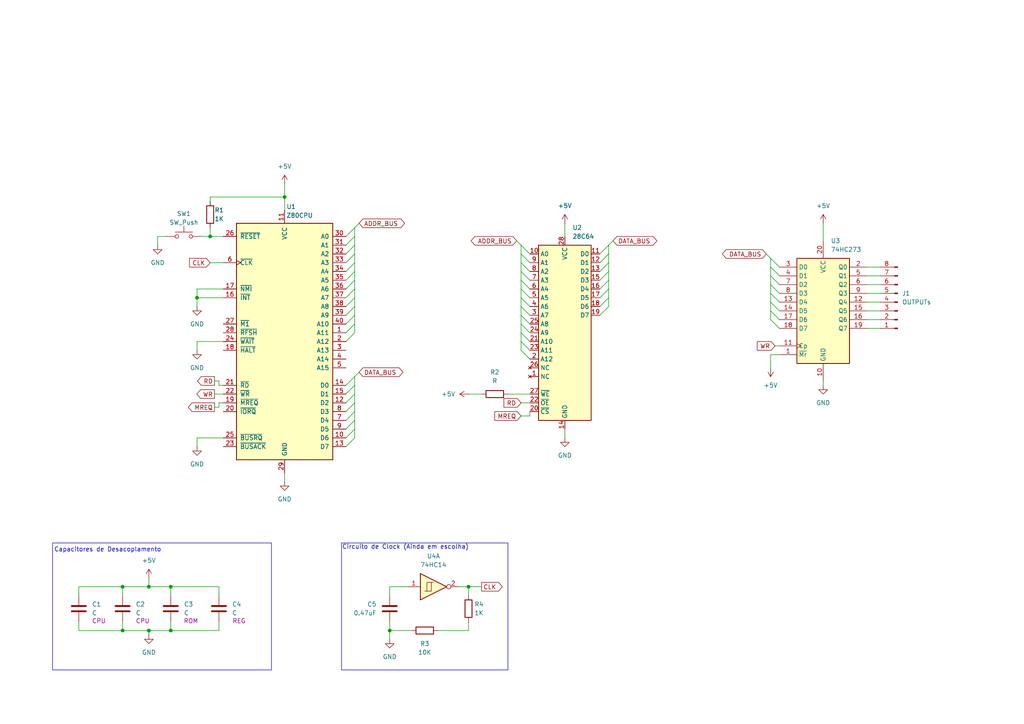
<source format=kicad_sch>
(kicad_sch (version 20231120) (generator "eeschema") (generator_version "8.0")
  (paper "A4")
  (lib_symbols
    (symbol "74xx:74HC14" (pin_names (offset 1.016))
      (property "Reference" "U" (at 0 1.27 0))
      (property "Value" "74HC14" (at 0 -1.27 0))
      (symbol "74HC14_1_0"
        (polyline (pts (xy -3.81 3.81) (xy -3.81 -3.81) (xy 3.81 0) (xy -3.81 3.81)) (stroke (width 0.254)) (fill (type background)))
        (pin input line (at -7.62 0 0) (length 3.81) (name "~") (number "1"))
        (pin output inverted (at 7.62 0 180) (length 3.81) (name "~") (number "2"))
      )
      (symbol "74HC14_1_1"
        (polyline (pts (xy -1.905 -1.27) (xy -1.905 1.27) (xy -0.635 1.27)))
        (polyline (pts (xy -2.54 -1.27) (xy -0.635 -1.27) (xy -0.635 1.27) (xy 0 1.27)))
      )
      (symbol "74HC14_2_0"
        (polyline (pts (xy -3.81 3.81) (xy -3.81 -3.81) (xy 3.81 0) (xy -3.81 3.81)) (stroke (width 0.254)) (fill (type background)))
        (pin input line (at -7.62 0 0) (length 3.81) (name "~") (number "3"))
        (pin output inverted (at 7.62 0 180) (length 3.81) (name "~") (number "4"))
      )
      (symbol "74HC14_2_1"
        (polyline (pts (xy -1.905 -1.27) (xy -1.905 1.27) (xy -0.635 1.27)))
        (polyline (pts (xy -2.54 -1.27) (xy -0.635 -1.27) (xy -0.635 1.27) (xy 0 1.27)))
      )
      (symbol "74HC14_3_0"
        (polyline (pts (xy -3.81 3.81) (xy -3.81 -3.81) (xy 3.81 0) (xy -3.81 3.81)) (stroke (width 0.254)) (fill (type background)))
        (pin input line (at -7.62 0 0) (length 3.81) (name "~") (number "5"))
        (pin output inverted (at 7.62 0 180) (length 3.81) (name "~") (number "6"))
      )
      (symbol "74HC14_3_1"
        (polyline (pts (xy -1.905 -1.27) (xy -1.905 1.27) (xy -0.635 1.27)))
        (polyline (pts (xy -2.54 -1.27) (xy -0.635 -1.27) (xy -0.635 1.27) (xy 0 1.27)))
      )
      (symbol "74HC14_4_0"
        (polyline (pts (xy -3.81 3.81) (xy -3.81 -3.81) (xy 3.81 0) (xy -3.81 3.81)) (stroke (width 0.254)) (fill (type background)))
        (pin output inverted (at 7.62 0 180) (length 3.81) (name "~") (number "8"))
        (pin input line (at -7.62 0 0) (length 3.81) (name "~") (number "9"))
      )
      (symbol "74HC14_4_1"
        (polyline (pts (xy -1.905 -1.27) (xy -1.905 1.27) (xy -0.635 1.27)))
        (polyline (pts (xy -2.54 -1.27) (xy -0.635 -1.27) (xy -0.635 1.27) (xy 0 1.27)))
      )
      (symbol "74HC14_5_0"
        (polyline (pts (xy -3.81 3.81) (xy -3.81 -3.81) (xy 3.81 0) (xy -3.81 3.81)) (stroke (width 0.254)) (fill (type background)))
        (pin output inverted (at 7.62 0 180) (length 3.81) (name "~") (number "10"))
        (pin input line (at -7.62 0 0) (length 3.81) (name "~") (number "11"))
      )
      (symbol "74HC14_5_1"
        (polyline (pts (xy -1.905 -1.27) (xy -1.905 1.27) (xy -0.635 1.27)))
        (polyline (pts (xy -2.54 -1.27) (xy -0.635 -1.27) (xy -0.635 1.27) (xy 0 1.27)))
      )
      (symbol "74HC14_6_0"
        (polyline (pts (xy -3.81 3.81) (xy -3.81 -3.81) (xy 3.81 0) (xy -3.81 3.81)) (stroke (width 0.254)) (fill (type background)))
        (pin output inverted (at 7.62 0 180) (length 3.81) (name "~") (number "12"))
        (pin input line (at -7.62 0 0) (length 3.81) (name "~") (number "13"))
      )
      (symbol "74HC14_6_1"
        (polyline (pts (xy -1.905 -1.27) (xy -1.905 1.27) (xy -0.635 1.27)))
        (polyline (pts (xy -2.54 -1.27) (xy -0.635 -1.27) (xy -0.635 1.27) (xy 0 1.27)))
      )
      (symbol "74HC14_7_0"
        (pin power_in line (at 0 12.7 270) (length 5.08) (name "VCC") (number "14"))
        (pin power_in line (at 0 -12.7 90) (length 5.08) (name "GND") (number "7"))
      )
      (symbol "74HC14_7_1"
        (rectangle (start -5.08 7.62) (end 5.08 -7.62) (stroke (width 0.254)) (fill (type background)))
      )
    )
    (symbol "74xx:74HC273"
      (property "Reference" "U" (at -7.62 16.51 0))
      (property "Value" "74HC273" (at -7.62 -16.51 0))
      (symbol "74HC273_1_0"
        (pin input line (at -12.7 -12.7 0) (length 5.08) (name "~{Mr}") (number "1"))
        (pin power_in line (at 0 -20.32 90) (length 5.08) (name "GND") (number "10"))
        (pin input clock (at -12.7 -10.16 0) (length 5.08) (name "Cp") (number "11"))
        (pin output line (at 12.7 2.54 180) (length 5.08) (name "Q4") (number "12"))
        (pin input line (at -12.7 2.54 0) (length 5.08) (name "D4") (number "13"))
        (pin input line (at -12.7 0 0) (length 5.08) (name "D5") (number "14"))
        (pin output line (at 12.7 0 180) (length 5.08) (name "Q5") (number "15"))
        (pin output line (at 12.7 -2.54 180) (length 5.08) (name "Q6") (number "16"))
        (pin input line (at -12.7 -2.54 0) (length 5.08) (name "D6") (number "17"))
        (pin input line (at -12.7 -5.08 0) (length 5.08) (name "D7") (number "18"))
        (pin output line (at 12.7 -5.08 180) (length 5.08) (name "Q7") (number "19"))
        (pin output line (at 12.7 12.7 180) (length 5.08) (name "Q0") (number "2"))
        (pin power_in line (at 0 20.32 270) (length 5.08) (name "VCC") (number "20"))
        (pin input line (at -12.7 12.7 0) (length 5.08) (name "D0") (number "3"))
        (pin input line (at -12.7 10.16 0) (length 5.08) (name "D1") (number "4"))
        (pin output line (at 12.7 10.16 180) (length 5.08) (name "Q1") (number "5"))
        (pin output line (at 12.7 7.62 180) (length 5.08) (name "Q2") (number "6"))
        (pin input line (at -12.7 7.62 0) (length 5.08) (name "D2") (number "7"))
        (pin input line (at -12.7 5.08 0) (length 5.08) (name "D3") (number "8"))
        (pin output line (at 12.7 5.08 180) (length 5.08) (name "Q3") (number "9"))
      )
      (symbol "74HC273_1_1"
        (rectangle (start -7.62 15.24) (end 7.62 -15.24) (stroke (width 0.254)) (fill (type background)))
      )
    )
    (symbol "CPU:Z80CPU" (pin_names (offset 1.016))
      (property "Reference" "U" (at -13.97 35.56 0))
      (property "Value" "Z80CPU" (at 6.35 35.56 0))
      (symbol "Z80CPU_0_1"
        (rectangle (start -13.97 34.29) (end 13.97 -34.29) (stroke (width 0.254)) (fill (type background)))
      )
      (symbol "Z80CPU_1_1"
        (pin output line (at 17.78 2.54 180) (length 3.81) (name "A11") (number "1"))
        (pin bidirectional line (at 17.78 -27.94 180) (length 3.81) (name "D6") (number "10"))
        (pin power_in line (at 0 38.1 270) (length 3.81) (name "VCC") (number "11"))
        (pin bidirectional line (at 17.78 -17.78 180) (length 3.81) (name "D2") (number "12"))
        (pin bidirectional line (at 17.78 -30.48 180) (length 3.81) (name "D7") (number "13"))
        (pin bidirectional line (at 17.78 -12.7 180) (length 3.81) (name "D0") (number "14"))
        (pin bidirectional line (at 17.78 -15.24 180) (length 3.81) (name "D1") (number "15"))
        (pin input line (at -17.78 12.7 0) (length 3.81) (name "~{INT}") (number "16"))
        (pin input line (at -17.78 15.24 0) (length 3.81) (name "~{NMI}") (number "17"))
        (pin output line (at -17.78 -2.54 0) (length 3.81) (name "~{HALT}") (number "18"))
        (pin output line (at -17.78 -17.78 0) (length 3.81) (name "~{MREQ}") (number "19"))
        (pin output line (at 17.78 0 180) (length 3.81) (name "A12") (number "2"))
        (pin output line (at -17.78 -20.32 0) (length 3.81) (name "~{IORQ}") (number "20"))
        (pin output line (at -17.78 -12.7 0) (length 3.81) (name "~{RD}") (number "21"))
        (pin output line (at -17.78 -15.24 0) (length 3.81) (name "~{WR}") (number "22"))
        (pin output line (at -17.78 -30.48 0) (length 3.81) (name "~{BUSACK}") (number "23"))
        (pin input line (at -17.78 0 0) (length 3.81) (name "~{WAIT}") (number "24"))
        (pin input line (at -17.78 -27.94 0) (length 3.81) (name "~{BUSRQ}") (number "25"))
        (pin input line (at -17.78 30.48 0) (length 3.81) (name "~{RESET}") (number "26"))
        (pin output line (at -17.78 5.08 0) (length 3.81) (name "~{M1}") (number "27"))
        (pin output line (at -17.78 2.54 0) (length 3.81) (name "~{RFSH}") (number "28"))
        (pin power_in line (at 0 -38.1 90) (length 3.81) (name "GND") (number "29"))
        (pin output line (at 17.78 -2.54 180) (length 3.81) (name "A13") (number "3"))
        (pin output line (at 17.78 30.48 180) (length 3.81) (name "A0") (number "30"))
        (pin output line (at 17.78 27.94 180) (length 3.81) (name "A1") (number "31"))
        (pin output line (at 17.78 25.4 180) (length 3.81) (name "A2") (number "32"))
        (pin output line (at 17.78 22.86 180) (length 3.81) (name "A3") (number "33"))
        (pin output line (at 17.78 20.32 180) (length 3.81) (name "A4") (number "34"))
        (pin output line (at 17.78 17.78 180) (length 3.81) (name "A5") (number "35"))
        (pin output line (at 17.78 15.24 180) (length 3.81) (name "A6") (number "36"))
        (pin output line (at 17.78 12.7 180) (length 3.81) (name "A7") (number "37"))
        (pin output line (at 17.78 10.16 180) (length 3.81) (name "A8") (number "38"))
        (pin output line (at 17.78 7.62 180) (length 3.81) (name "A9") (number "39"))
        (pin output line (at 17.78 -5.08 180) (length 3.81) (name "A14") (number "4"))
        (pin output line (at 17.78 5.08 180) (length 3.81) (name "A10") (number "40"))
        (pin output line (at 17.78 -7.62 180) (length 3.81) (name "A15") (number "5"))
        (pin input clock (at -17.78 22.86 0) (length 3.81) (name "~{CLK}") (number "6"))
        (pin bidirectional line (at 17.78 -22.86 180) (length 3.81) (name "D4") (number "7"))
        (pin bidirectional line (at 17.78 -20.32 180) (length 3.81) (name "D3") (number "8"))
        (pin bidirectional line (at 17.78 -25.4 180) (length 3.81) (name "D5") (number "9"))
      )
    )
    (symbol "Connector:Conn_01x08_Pin" (pin_names (offset 1.016) hide)
      (property "Reference" "J" (at 0 10.16 0))
      (property "Value" "Conn_01x08_Pin" (at 0 -12.7 0))
      (symbol "Conn_01x08_Pin_1_1"
        (polyline (pts (xy 1.27 -10.16) (xy 0.8636 -10.16)) (stroke (width 0.1524)))
        (polyline (pts (xy 1.27 -7.62) (xy 0.8636 -7.62)) (stroke (width 0.1524)))
        (polyline (pts (xy 1.27 -5.08) (xy 0.8636 -5.08)) (stroke (width 0.1524)))
        (polyline (pts (xy 1.27 -2.54) (xy 0.8636 -2.54)) (stroke (width 0.1524)))
        (polyline (pts (xy 1.27 0) (xy 0.8636 0)) (stroke (width 0.1524)))
        (polyline (pts (xy 1.27 2.54) (xy 0.8636 2.54)) (stroke (width 0.1524)))
        (polyline (pts (xy 1.27 5.08) (xy 0.8636 5.08)) (stroke (width 0.1524)))
        (polyline (pts (xy 1.27 7.62) (xy 0.8636 7.62)) (stroke (width 0.1524)))
        (rectangle (start 0.8636 -10.033) (end 0 -10.287) (stroke (width 0.1524)) (fill (type outline)))
        (rectangle (start 0.8636 -7.493) (end 0 -7.747) (stroke (width 0.1524)) (fill (type outline)))
        (rectangle (start 0.8636 -4.953) (end 0 -5.207) (stroke (width 0.1524)) (fill (type outline)))
        (rectangle (start 0.8636 -2.413) (end 0 -2.667) (stroke (width 0.1524)) (fill (type outline)))
        (rectangle (start 0.8636 0.127) (end 0 -0.127) (stroke (width 0.1524)) (fill (type outline)))
        (rectangle (start 0.8636 2.667) (end 0 2.413) (stroke (width 0.1524)) (fill (type outline)))
        (rectangle (start 0.8636 5.207) (end 0 4.953) (stroke (width 0.1524)) (fill (type outline)))
        (rectangle (start 0.8636 7.747) (end 0 7.493) (stroke (width 0.1524)) (fill (type outline)))
        (pin passive line (at 5.08 7.62 180) (length 3.81) (name "Pin_1") (number "1"))
        (pin passive line (at 5.08 5.08 180) (length 3.81) (name "Pin_2") (number "2"))
        (pin passive line (at 5.08 2.54 180) (length 3.81) (name "Pin_3") (number "3"))
        (pin passive line (at 5.08 0 180) (length 3.81) (name "Pin_4") (number "4"))
        (pin passive line (at 5.08 -2.54 180) (length 3.81) (name "Pin_5") (number "5"))
        (pin passive line (at 5.08 -5.08 180) (length 3.81) (name "Pin_6") (number "6"))
        (pin passive line (at 5.08 -7.62 180) (length 3.81) (name "Pin_7") (number "7"))
        (pin passive line (at 5.08 -10.16 180) (length 3.81) (name "Pin_8") (number "8"))
      )
    )
    (symbol "Device:C" (pin_numbers hide) (pin_names (offset 0.254))
      (property "Reference" "C" (at 0.635 2.54 0))
      (property "Value" "C" (at 0.635 -2.54 0))
      (symbol "C_0_1"
        (polyline (pts (xy -2.032 -0.762) (xy 2.032 -0.762)) (stroke (width 0.508)))
        (polyline (pts (xy -2.032 0.762) (xy 2.032 0.762)) (stroke (width 0.508)))
      )
      (symbol "C_1_1"
        (pin passive line (at 0 3.81 270) (length 2.794) (name "~") (number "1"))
        (pin passive line (at 0 -3.81 90) (length 2.794) (name "~") (number "2"))
      )
    )
    (symbol "Device:R" (pin_numbers hide) (pin_names (offset 0))
      (property "Reference" "R" (at 2.032 0 90))
      (property "Value" "R" (at 0 0 90))
      (symbol "R_0_1"
        (rectangle (start -1.016 -2.54) (end 1.016 2.54) (stroke (width 0.254)))
      )
      (symbol "R_1_1"
        (pin passive line (at 0 3.81 270) (length 1.27) (name "~") (number "1"))
        (pin passive line (at 0 -3.81 90) (length 1.27) (name "~") (number "2"))
      )
    )
    (symbol "Switch:SW_Push" (pin_numbers hide) (pin_names (offset 1.016) hide)
      (property "Reference" "SW" (at 1.27 2.54 0))
      (property "Value" "SW_Push" (at 0 -1.524 0))
      (symbol "SW_Push_0_1"
        (circle (center -2.032 0) (radius 0.508))
        (polyline (pts (xy 0 1.27) (xy 0 3.048)))
        (polyline (pts (xy 2.54 1.27) (xy -2.54 1.27)))
        (circle (center 2.032 0) (radius 0.508))
        (pin passive line (at -5.08 0 0) (length 2.54) (name "1") (number "1"))
        (pin passive line (at 5.08 0 180) (length 2.54) (name "2") (number "2"))
      )
    )
    (symbol "libs:28C64"
      (property "Reference" "U" (at -7.62 26.67 0))
      (property "Value" "28C64" (at 2.54 -26.67 0))
      (symbol "28C64_1_1"
        (rectangle (start -7.62 25.4) (end 7.62 -25.4) (stroke (width 0.254)) (fill (type background)))
        (pin no_connect line (at -10.16 -12.7 0) (length 2.54) (name "NC") (number "1"))
        (pin input line (at -10.16 22.86 0) (length 2.54) (name "A0") (number "10"))
        (pin tri_state line (at 10.16 22.86 180) (length 2.54) (name "D0") (number "11"))
        (pin tri_state line (at 10.16 20.32 180) (length 2.54) (name "D1") (number "12"))
        (pin tri_state line (at 10.16 17.78 180) (length 2.54) (name "D2") (number "13"))
        (pin power_in line (at 0 -27.94 90) (length 2.54) (name "GND") (number "14"))
        (pin tri_state line (at 10.16 15.24 180) (length 2.54) (name "D3") (number "15"))
        (pin tri_state line (at 10.16 12.7 180) (length 2.54) (name "D4") (number "16"))
        (pin tri_state line (at 10.16 10.16 180) (length 2.54) (name "D5") (number "17"))
        (pin tri_state line (at 10.16 7.62 180) (length 2.54) (name "D6") (number "18"))
        (pin tri_state line (at 10.16 5.08 180) (length 2.54) (name "D7") (number "19"))
        (pin input line (at -10.16 -7.62 0) (length 2.54) (name "A12") (number "2"))
        (pin input line (at -10.16 -22.86 0) (length 2.54) (name "~{CS}") (number "20"))
        (pin input line (at -10.16 -2.54 0) (length 2.54) (name "A10") (number "21"))
        (pin input line (at -10.16 -20.32 0) (length 2.54) (name "~{OE}") (number "22"))
        (pin input line (at -10.16 -5.08 0) (length 2.54) (name "A11") (number "23"))
        (pin input line (at -10.16 0 0) (length 2.54) (name "A9") (number "24"))
        (pin input line (at -10.16 2.54 0) (length 2.54) (name "A8") (number "25"))
        (pin no_connect line (at -10.16 -10.16 0) (length 2.54) (name "NC") (number "26"))
        (pin input line (at -10.16 -17.78 0) (length 2.54) (name "~{WE}") (number "27"))
        (pin power_in line (at 0 27.94 270) (length 2.54) (name "VCC") (number "28"))
        (pin input line (at -10.16 5.08 0) (length 2.54) (name "A7") (number "3"))
        (pin input line (at -10.16 7.62 0) (length 2.54) (name "A6") (number "4"))
        (pin input line (at -10.16 10.16 0) (length 2.54) (name "A5") (number "5"))
        (pin input line (at -10.16 12.7 0) (length 2.54) (name "A4") (number "6"))
        (pin input line (at -10.16 15.24 0) (length 2.54) (name "A3") (number "7"))
        (pin input line (at -10.16 17.78 0) (length 2.54) (name "A2") (number "8"))
        (pin input line (at -10.16 20.32 0) (length 2.54) (name "A1") (number "9"))
      )
    )
    (symbol "power:+5V" (power) (pin_numbers hide) (pin_names (offset 0) hide)
      (property "Value" "+5V" (at 0 3.556 0))
      (symbol "+5V_0_1"
        (polyline (pts (xy -0.762 1.27) (xy 0 2.54)))
        (polyline (pts (xy 0 0) (xy 0 2.54)))
        (polyline (pts (xy 0 2.54) (xy 0.762 1.27)))
      )
      (symbol "+5V_1_1"
        (pin power_in line (at 0 0 90) (length 0) (name "~") (number "1"))
      )
    )
    (symbol "power:GND" (power) (pin_numbers hide) (pin_names (offset 0) hide)
      (property "Value" "GND" (at 0 -3.81 0))
      (symbol "GND_0_1"
        (polyline (pts (xy 0 0) (xy 0 -1.27) (xy 1.27 -1.27) (xy 0 -2.54) (xy -1.27 -1.27) (xy 0 -1.27)))
      )
      (symbol "GND_1_1"
        (pin power_in line (at 0 0 270) (length 0) (name "~") (number "1"))
      )
    )
  )
  (junction (at 113.03 182.88))
  (junction (at 43.18 182.88))
  (junction (at 43.18 170.18))
  (junction (at 60.96 68.58))
  (junction (at 82.55 57.15))
  (junction (at 35.56 170.18))
  (junction (at 35.56 182.88))
  (junction (at 57.15 86.36))
  (junction (at 49.53 182.88))
  (junction (at 135.89 170.18))
  (junction (at 49.53 170.18))
  (bus_entry (at 100.33 96.52) (size 2.54 -2.54))
  (bus_entry (at 153.67 86.36) (size -2.54 -2.54))
  (bus_entry (at 100.33 129.54) (size 2.54 -2.54))
  (bus_entry (at 100.33 93.98) (size 2.54 -2.54))
  (bus_entry (at 173.99 86.36) (size 2.54 -2.54))
  (bus_entry (at 173.99 78.74) (size 2.54 -2.54))
  (bus_entry (at 226.06 92.71) (size -2.54 -2.54))
  (bus_entry (at 100.33 99.06) (size 2.54 -2.54))
  (bus_entry (at 153.67 104.14) (size -2.54 -2.54))
  (bus_entry (at 173.99 91.44) (size 2.54 -2.54))
  (bus_entry (at 100.33 81.28) (size 2.54 -2.54))
  (bus_entry (at 173.99 88.9) (size 2.54 -2.54))
  (bus_entry (at 153.67 83.82) (size -2.54 -2.54))
  (bus_entry (at 226.06 90.17) (size -2.54 -2.54))
  (bus_entry (at 100.33 124.46) (size 2.54 -2.54))
  (bus_entry (at 100.33 71.12) (size 2.54 -2.54))
  (bus_entry (at 100.33 78.74) (size 2.54 -2.54))
  (bus_entry (at 153.67 88.9) (size -2.54 -2.54))
  (bus_entry (at 226.06 85.09) (size -2.54 -2.54))
  (bus_entry (at 226.06 87.63) (size -2.54 -2.54))
  (bus_entry (at 153.67 99.06) (size -2.54 -2.54))
  (bus_entry (at 100.33 114.3) (size 2.54 -2.54))
  (bus_entry (at 153.67 76.2) (size -2.54 -2.54))
  (bus_entry (at 100.33 73.66) (size 2.54 -2.54))
  (bus_entry (at 226.06 80.01) (size -2.54 -2.54))
  (bus_entry (at 226.06 82.55) (size -2.54 -2.54))
  (bus_entry (at 100.33 68.58) (size 2.54 -2.54))
  (bus_entry (at 100.33 127) (size 2.54 -2.54))
  (bus_entry (at 153.67 78.74) (size -2.54 -2.54))
  (bus_entry (at 100.33 116.84) (size 2.54 -2.54))
  (bus_entry (at 173.99 83.82) (size 2.54 -2.54))
  (bus_entry (at 100.33 111.76) (size 2.54 -2.54))
  (bus_entry (at 153.67 91.44) (size -2.54 -2.54))
  (bus_entry (at 100.33 83.82) (size 2.54 -2.54))
  (bus_entry (at 153.67 81.28) (size -2.54 -2.54))
  (bus_entry (at 100.33 91.44) (size 2.54 -2.54))
  (bus_entry (at 100.33 86.36) (size 2.54 -2.54))
  (bus_entry (at 173.99 73.66) (size 2.54 -2.54))
  (bus_entry (at 153.67 101.6) (size -2.54 -2.54))
  (bus_entry (at 100.33 121.92) (size 2.54 -2.54))
  (bus_entry (at 153.67 96.52) (size -2.54 -2.54))
  (bus_entry (at 173.99 76.2) (size 2.54 -2.54))
  (bus_entry (at 100.33 88.9) (size 2.54 -2.54))
  (bus_entry (at 226.06 77.47) (size -2.54 -2.54))
  (bus_entry (at 100.33 76.2) (size 2.54 -2.54))
  (bus_entry (at 100.33 119.38) (size 2.54 -2.54))
  (bus_entry (at 153.67 93.98) (size -2.54 -2.54))
  (bus_entry (at 153.67 73.66) (size -2.54 -2.54))
  (bus_entry (at 226.06 95.25) (size -2.54 -2.54))
  (bus_entry (at 173.99 81.28) (size 2.54 -2.54))
  (wire (pts (xy 102.87 121.92) (xy 102.87 124.46)))
  (wire (pts (xy 102.87 81.28) (xy 102.87 78.74)))
  (wire (pts (xy 113.03 170.18) (xy 118.11 170.18)))
  (wire (pts (xy 102.87 116.84) (xy 102.87 119.38)))
  (wire (pts (xy 63.5 118.11) (xy 63.5 116.84)))
  (wire (pts (xy 102.87 124.46) (xy 102.87 127)))
  (wire (pts (xy 223.52 102.87) (xy 226.06 102.87)))
  (wire (pts (xy 251.46 77.47) (xy 255.27 77.47)))
  (wire (pts (xy 113.03 182.88) (xy 113.03 185.42)))
  (wire (pts (xy 22.86 182.88) (xy 22.86 180.34)))
  (wire (pts (xy 49.53 180.34) (xy 49.53 182.88)))
  (wire (pts (xy 63.5 182.88) (xy 63.5 180.34)))
  (wire (pts (xy 238.76 110.49) (xy 238.76 111.76)))
  (wire (pts (xy 151.13 93.98) (xy 151.13 96.52)))
  (wire (pts (xy 151.13 120.65) (xy 153.67 120.65)))
  (wire (pts (xy 102.87 73.66) (xy 102.87 71.12)))
  (wire (pts (xy 63.5 110.49) (xy 63.5 111.76)))
  (wire (pts (xy 49.53 182.88) (xy 63.5 182.88)))
  (wire (pts (xy 35.56 170.18) (xy 35.56 172.72)))
  (wire (pts (xy 176.53 76.2) (xy 176.53 73.66)))
  (wire (pts (xy 43.18 170.18) (xy 49.53 170.18)))
  (wire (pts (xy 176.53 88.9) (xy 176.53 86.36)))
  (wire (pts (xy 251.46 92.71) (xy 255.27 92.71)))
  (wire (pts (xy 102.87 96.52) (xy 102.87 93.98)))
  (wire (pts (xy 102.87 93.98) (xy 102.87 91.44)))
  (wire (pts (xy 57.15 86.36) (xy 64.77 86.36)))
  (wire (pts (xy 57.15 83.82) (xy 64.77 83.82)))
  (wire (pts (xy 22.86 170.18) (xy 35.56 170.18)))
  (wire (pts (xy 102.87 111.76) (xy 102.87 114.3)))
  (wire (pts (xy 102.87 83.82) (xy 102.87 81.28)))
  (wire (pts (xy 57.15 86.36) (xy 57.15 83.82)))
  (wire (pts (xy 57.15 129.54) (xy 57.15 127)))
  (wire (pts (xy 82.55 57.15) (xy 82.55 53.34)))
  (wire (pts (xy 102.87 119.38) (xy 102.87 121.92)))
  (wire (pts (xy 135.89 170.18) (xy 133.35 170.18)))
  (wire (pts (xy 62.23 110.49) (xy 63.5 110.49)))
  (wire (pts (xy 251.46 95.25) (xy 255.27 95.25)))
  (wire (pts (xy 153.67 120.65) (xy 153.67 119.38)))
  (wire (pts (xy 147.32 114.3) (xy 153.67 114.3)))
  (wire (pts (xy 57.15 101.6) (xy 57.15 99.06)))
  (wire (pts (xy 151.13 76.2) (xy 151.13 78.74)))
  (wire (pts (xy 176.53 78.74) (xy 176.53 76.2)))
  (wire (pts (xy 43.18 167.64) (xy 43.18 170.18)))
  (wire (pts (xy 49.53 170.18) (xy 49.53 172.72)))
  (wire (pts (xy 113.03 172.72) (xy 113.03 170.18)))
  (wire (pts (xy 151.13 91.44) (xy 151.13 93.98)))
  (wire (pts (xy 49.53 170.18) (xy 63.5 170.18)))
  (wire (pts (xy 251.46 82.55) (xy 255.27 82.55)))
  (wire (pts (xy 163.83 64.77) (xy 163.83 68.58)))
  (wire (pts (xy 223.52 106.68) (xy 223.52 102.87)))
  (wire (pts (xy 102.87 71.12) (xy 102.87 68.58)))
  (wire (pts (xy 151.13 71.12) (xy 149.86 69.85)))
  (wire (pts (xy 151.13 86.36) (xy 151.13 88.9)))
  (wire (pts (xy 60.96 57.15) (xy 60.96 58.42)))
  (wire (pts (xy 102.87 66.04) (xy 104.14 64.77)))
  (wire (pts (xy 45.72 68.58) (xy 48.26 68.58)))
  (wire (pts (xy 22.86 172.72) (xy 22.86 170.18)))
  (wire (pts (xy 62.23 118.11) (xy 63.5 118.11)))
  (wire (pts (xy 45.72 71.12) (xy 45.72 68.58)))
  (wire (pts (xy 57.15 88.9) (xy 57.15 86.36)))
  (wire (pts (xy 60.96 68.58) (xy 64.77 68.58)))
  (wire (pts (xy 135.89 170.18) (xy 139.7 170.18)))
  (wire (pts (xy 35.56 180.34) (xy 35.56 182.88)))
  (wire (pts (xy 102.87 78.74) (xy 102.87 76.2)))
  (wire (pts (xy 57.15 99.06) (xy 64.77 99.06)))
  (wire (pts (xy 223.52 87.63) (xy 223.52 85.09)))
  (wire (pts (xy 82.55 137.16) (xy 82.55 139.7)))
  (wire (pts (xy 119.38 182.88) (xy 113.03 182.88)))
  (wire (pts (xy 223.52 77.47) (xy 223.52 74.93)))
  (wire (pts (xy 176.53 73.66) (xy 176.53 71.12)))
  (wire (pts (xy 223.52 85.09) (xy 223.52 82.55)))
  (wire (pts (xy 176.53 86.36) (xy 176.53 83.82)))
  (wire (pts (xy 176.53 83.82) (xy 176.53 81.28)))
  (wire (pts (xy 151.13 116.84) (xy 153.67 116.84)))
  (wire (pts (xy 63.5 111.76) (xy 64.77 111.76)))
  (wire (pts (xy 135.89 172.72) (xy 135.89 170.18)))
  (wire (pts (xy 63.5 116.84) (xy 64.77 116.84)))
  (wire (pts (xy 163.83 124.46) (xy 163.83 127)))
  (wire (pts (xy 35.56 182.88) (xy 22.86 182.88)))
  (wire (pts (xy 151.13 71.12) (xy 151.13 73.66)))
  (wire (pts (xy 135.89 182.88) (xy 127 182.88)))
  (wire (pts (xy 251.46 80.01) (xy 255.27 80.01)))
  (wire (pts (xy 135.89 114.3) (xy 139.7 114.3)))
  (wire (pts (xy 102.87 86.36) (xy 102.87 83.82)))
  (wire (pts (xy 135.89 180.34) (xy 135.89 182.88)))
  (wire (pts (xy 60.96 76.2) (xy 64.77 76.2)))
  (wire (pts (xy 176.53 71.12) (xy 177.8 69.85)))
  (wire (pts (xy 223.52 82.55) (xy 223.52 80.01)))
  (wire (pts (xy 60.96 66.04) (xy 60.96 68.58)))
  (wire (pts (xy 223.52 92.71) (xy 223.52 90.17)))
  (wire (pts (xy 176.53 81.28) (xy 176.53 78.74)))
  (wire (pts (xy 151.13 88.9) (xy 151.13 91.44)))
  (wire (pts (xy 251.46 90.17) (xy 255.27 90.17)))
  (wire (pts (xy 102.87 88.9) (xy 102.87 86.36)))
  (wire (pts (xy 151.13 96.52) (xy 151.13 99.06)))
  (wire (pts (xy 102.87 109.22) (xy 104.14 107.95)))
  (wire (pts (xy 102.87 76.2) (xy 102.87 73.66)))
  (wire (pts (xy 223.52 90.17) (xy 223.52 87.63)))
  (wire (pts (xy 113.03 180.34) (xy 113.03 182.88)))
  (wire (pts (xy 60.96 57.15) (xy 82.55 57.15)))
  (wire (pts (xy 43.18 182.88) (xy 49.53 182.88)))
  (wire (pts (xy 82.55 57.15) (xy 82.55 60.96)))
  (wire (pts (xy 43.18 182.88) (xy 35.56 182.88)))
  (wire (pts (xy 251.46 87.63) (xy 255.27 87.63)))
  (wire (pts (xy 57.15 127) (xy 64.77 127)))
  (wire (pts (xy 222.25 73.66) (xy 223.52 74.93)))
  (wire (pts (xy 238.76 64.77) (xy 238.76 69.85)))
  (wire (pts (xy 102.87 91.44) (xy 102.87 88.9)))
  (wire (pts (xy 62.23 114.3) (xy 64.77 114.3)))
  (wire (pts (xy 102.87 109.22) (xy 102.87 111.76)))
  (wire (pts (xy 102.87 114.3) (xy 102.87 116.84)))
  (wire (pts (xy 151.13 73.66) (xy 151.13 76.2)))
  (wire (pts (xy 102.87 68.58) (xy 102.87 66.04)))
  (wire (pts (xy 151.13 99.06) (xy 151.13 101.6)))
  (wire (pts (xy 35.56 170.18) (xy 43.18 170.18)))
  (wire (pts (xy 43.18 184.15) (xy 43.18 182.88)))
  (wire (pts (xy 151.13 81.28) (xy 151.13 83.82)))
  (wire (pts (xy 58.42 68.58) (xy 60.96 68.58)))
  (wire (pts (xy 223.52 80.01) (xy 223.52 77.47)))
  (wire (pts (xy 251.46 85.09) (xy 255.27 85.09)))
  (wire (pts (xy 224.79 100.33) (xy 226.06 100.33)))
  (wire (pts (xy 151.13 78.74) (xy 151.13 81.28)))
  (wire (pts (xy 151.13 83.82) (xy 151.13 86.36)))
  (wire (pts (xy 63.5 170.18) (xy 63.5 172.72)))
  (rectangle (start 15.24 157.48) (end 78.74 194.31))
  (rectangle (start 99.06 157.48) (end 147.32 194.31))
  (text "Circuito de Clock (Ainda em escolha)\n" (at 117.602 158.75 0) (effects (font (size 1.27 1.27))))
  (text "Capacitores de Desacoplamento\n" (at 31.242 159.512 0) (effects (font (size 1.27 1.27))))
  (global_label "RD" (shape input) (at 151.13 116.84 180) (property "Intersheetrefs" "${INTERSHEET_REFS}" (effects (hide yes))))
  (global_label "DATA_BUS" (shape bidirectional) (at 222.25 73.66 180) (property "Intersheetrefs" "${INTERSHEET_REFS}" (effects (hide yes))))
  (global_label "WR" (shape input) (at 224.79 100.33 180) (property "Intersheetrefs" "${INTERSHEET_REFS}" (effects (hide yes))))
  (global_label "MREQ" (shape output) (at 62.23 118.11 180) (property "Intersheetrefs" "${INTERSHEET_REFS}" (effects (hide yes))))
  (global_label "WR" (shape output) (at 62.23 114.3 180) (property "Intersheetrefs" "${INTERSHEET_REFS}" (effects (hide yes))))
  (global_label "CLK" (shape input) (at 60.96 76.2 180) (property "Intersheetrefs" "${INTERSHEET_REFS}" (effects (hide yes))))
  (global_label "RD" (shape output) (at 62.23 110.49 180) (property "Intersheetrefs" "${INTERSHEET_REFS}" (effects (hide yes))))
  (global_label "ADDR_BUS" (shape bidirectional) (at 104.14 64.77 0) (property "Intersheetrefs" "${INTERSHEET_REFS}" (effects (hide yes))))
  (global_label "ADDR_BUS" (shape bidirectional) (at 149.86 69.85 180) (property "Intersheetrefs" "${INTERSHEET_REFS}" (effects (hide yes))))
  (global_label "DATA_BUS" (shape bidirectional) (at 177.8 69.85 0) (property "Intersheetrefs" "${INTERSHEET_REFS}" (effects (hide yes))))
  (global_label "DATA_BUS" (shape bidirectional) (at 104.14 107.95 0) (property "Intersheetrefs" "${INTERSHEET_REFS}" (effects (hide yes))))
  (global_label "CLK" (shape output) (at 139.7 170.18 0) (property "Intersheetrefs" "${INTERSHEET_REFS}" (effects (hide yes))))
  (global_label "MREQ" (shape input) (at 151.13 120.65 180) (property "Intersheetrefs" "${INTERSHEET_REFS}" (effects (hide yes))))
  (symbol (lib_id "power:GND") (at 45.72 71.12 0) (unit 1)
    (property "Reference" "#PWR03" (effects (hide yes)))
    (property "Value" "GND" (at 45.72 76.2 0))
    (property "Description" "Power symbol creates a global label with name \"GND\" , ground" (effects (hide yes)))
  )
  (symbol (lib_id "Device:C") (at 35.56 176.53 0) (unit 1)
    (property "Reference" "C2" (at 39.37 175.2599 0) (effects (justify left)))
    (property "Value" "C" (at 39.37 177.7999 0) (effects (justify left)))
    (property "Description" "CPU" (at 41.402 180.086 0))
  )
  (symbol (lib_id "power:GND") (at 57.15 101.6 0) (unit 1)
    (property "Reference" "#PWR01" (effects (hide yes)))
    (property "Value" "GND" (at 57.15 106.68 0))
    (property "Description" "Power symbol creates a global label with name \"GND\" , ground" (effects (hide yes)))
  )
  (symbol (lib_id "power:GND") (at 163.83 127 0) (unit 1)
    (property "Reference" "#PWR07" (effects (hide yes)))
    (property "Value" "GND" (at 163.83 132.08 0))
    (property "Description" "Power symbol creates a global label with name \"GND\" , ground" (effects (hide yes)))
  )
  (symbol (lib_id "Device:R") (at 60.96 62.23 0) (mirror y) (unit 1)
    (property "Reference" "R1" (at 62.23 60.96 0) (effects (justify right)))
    (property "Value" "1K" (at 62.23 63.5 0) (effects (justify right)))
    (property "Description" "Resistor" (effects (hide yes)))
  )
  (symbol (lib_id "power:+5V") (at 238.76 64.77 0) (unit 1)
    (property "Reference" "#PWR014" (effects (hide yes)))
    (property "Value" "+5V" (at 238.76 59.69 0))
    (property "Description" "Power symbol creates a global label with name \"+5V\"" (effects (hide yes)))
  )
  (symbol (lib_id "74xx:74HC14") (at 125.73 170.18 0) (unit 1)
    (property "Reference" "U4" (at 125.73 161.29 0))
    (property "Value" "74HC14" (at 125.73 163.83 0))
    (property "Datasheet" "http://www.ti.com/lit/gpn/sn74HC14" (effects (hide yes)))
    (property "Description" "Hex inverter schmitt trigger" (effects (hide yes)))
  )
  (symbol (lib_id "Connector:Conn_01x08_Pin") (at 260.35 87.63 180) (unit 1)
    (property "Reference" "J1" (at 261.62 85.0899 0) (effects (justify right)))
    (property "Value" "OUTPUTs" (at 261.62 87.6299 0) (effects (justify right)))
    (property "Description" "Generic connector, single row, 01x08, script generated" (effects (hide yes)))
  )
  (symbol (lib_id "libs:28C64") (at 163.83 96.52 0) (unit 1)
    (property "Reference" "U2" (at 166.0241 66.04 0) (effects (justify left)))
    (property "Value" "28C64" (at 166.0241 68.58 0) (effects (justify left)))
    (property "Description" "Paged Parallel EEPROM 64Kb (8K x 8), DIP-28/SOIC-28" (effects (hide yes)))
  )
  (symbol (lib_id "power:GND") (at 82.55 139.7 0) (unit 1)
    (property "Reference" "#PWR06" (effects (hide yes)))
    (property "Value" "GND" (at 82.55 144.78 0))
    (property "Description" "Power symbol creates a global label with name \"GND\" , ground" (effects (hide yes)))
  )
  (symbol (lib_id "power:GND") (at 238.76 111.76 0) (unit 1)
    (property "Reference" "#PWR016" (effects (hide yes)))
    (property "Value" "GND" (at 238.76 116.84 0))
    (property "Description" "Power symbol creates a global label with name \"GND\" , ground" (effects (hide yes)))
  )
  (symbol (lib_id "Device:C") (at 49.53 176.53 0) (unit 1)
    (property "Reference" "C3" (at 53.34 175.2599 0) (effects (justify left)))
    (property "Value" "C" (at 53.34 177.7999 0) (effects (justify left)))
    (property "Description" "ROM" (at 55.372 180.086 0))
  )
  (symbol (lib_id "Device:R") (at 135.89 176.53 180) (unit 1)
    (property "Reference" "R4" (at 138.938 175.26 0))
    (property "Value" "1K" (at 138.938 177.8 0))
    (property "Description" "Resistor" (effects (hide yes)))
  )
  (symbol (lib_id "power:GND") (at 43.18 184.15 0) (unit 1)
    (property "Reference" "#PWR08" (effects (hide yes)))
    (property "Value" "GND" (at 43.18 189.23 0))
    (property "Description" "Power symbol creates a global label with name \"GND\" , ground" (effects (hide yes)))
  )
  (symbol (lib_id "74xx:74HC273") (at 238.76 90.17 0) (unit 1)
    (property "Reference" "U3" (at 240.9541 69.85 0) (effects (justify left)))
    (property "Value" "74HC273" (at 240.9541 72.39 0) (effects (justify left)))
    (property "Datasheet" "https://assets.nexperia.com/documents/data-sheet/74HC_HCT273.pdf" (effects (hide yes)))
    (property "Description" "8-bit D Flip-Flop, reset" (effects (hide yes)))
  )
  (symbol (lib_id "Device:C") (at 22.86 176.53 0) (unit 1)
    (property "Reference" "C1" (at 26.67 175.2599 0) (effects (justify left)))
    (property "Value" "C" (at 26.67 177.7999 0) (effects (justify left)))
    (property "Description" "CPU" (at 28.702 180.086 0))
  )
  (symbol (lib_id "power:+5V") (at 163.83 64.77 0) (unit 1)
    (property "Reference" "#PWR012" (effects (hide yes)))
    (property "Value" "+5V" (at 163.83 59.69 0))
    (property "Description" "Power symbol creates a global label with name \"+5V\"" (effects (hide yes)))
  )
  (symbol (lib_id "Device:C") (at 63.5 176.53 0) (unit 1)
    (property "Reference" "C4" (at 67.31 175.2599 0) (effects (justify left)))
    (property "Value" "C" (at 67.31 177.7999 0) (effects (justify left)))
    (property "Description" "REG" (at 69.342 180.086 0))
  )
  (symbol (lib_id "Switch:SW_Push") (at 53.34 68.58 0) (unit 1)
    (property "Reference" "SW1" (at 53.34 61.976 0))
    (property "Value" "SW_Push" (at 53.34 64.516 0))
    (property "Description" "Push button switch, generic, two pins" (effects (hide yes)))
  )
  (symbol (lib_id "power:+5V") (at 135.89 114.3 90) (unit 1)
    (property "Reference" "#PWR011" (effects (hide yes)))
    (property "Value" "+5V" (at 132.08 114.2999 90) (effects (justify left)))
    (property "Description" "Power symbol creates a global label with name \"+5V\"" (effects (hide yes)))
  )
  (symbol (lib_id "Device:C") (at 113.03 176.53 0) (mirror x) (unit 1)
    (property "Reference" "C5" (at 109.22 175.2599 0) (effects (justify right)))
    (property "Value" "0.47uF" (at 109.22 177.7999 0) (effects (justify right)))
    (property "Description" "Unpolarized capacitor" (effects (hide yes)))
  )
  (symbol (lib_id "power:+5V") (at 43.18 167.64 0) (unit 1)
    (property "Reference" "#PWR09" (effects (hide yes)))
    (property "Value" "+5V" (at 43.18 162.56 0))
    (property "Description" "Power symbol creates a global label with name \"+5V\"" (effects (hide yes)))
  )
  (symbol (lib_id "power:GND") (at 113.03 185.42 0) (unit 1)
    (property "Reference" "#PWR010" (effects (hide yes)))
    (property "Value" "GND" (at 113.03 190.5 0))
    (property "Description" "Power symbol creates a global label with name \"GND\" , ground" (effects (hide yes)))
  )
  (symbol (lib_id "power:GND") (at 57.15 129.54 0) (unit 1)
    (property "Reference" "#PWR04" (effects (hide yes)))
    (property "Value" "GND" (at 57.15 134.62 0))
    (property "Description" "Power symbol creates a global label with name \"GND\" , ground" (effects (hide yes)))
  )
  (symbol (lib_id "Device:R") (at 123.19 182.88 90) (unit 1)
    (property "Reference" "R3" (at 123.19 186.69 90))
    (property "Value" "10K" (at 123.19 189.23 90))
    (property "Description" "Resistor" (effects (hide yes)))
  )
  (symbol (lib_id "power:+5V") (at 82.55 53.34 0) (unit 1)
    (property "Reference" "#PWR05" (effects (hide yes)))
    (property "Value" "+5V" (at 82.55 48.26 0))
    (property "Description" "Power symbol creates a global label with name \"+5V\"" (effects (hide yes)))
  )
  (symbol (lib_id "power:+5V") (at 223.52 106.68 180) (unit 1)
    (property "Reference" "#PWR015" (effects (hide yes)))
    (property "Value" "+5V" (at 223.52 111.76 0))
    (property "Description" "Power symbol creates a global label with name \"+5V\"" (effects (hide yes)))
  )
  (symbol (lib_id "Device:R") (at 143.51 114.3 90) (unit 1)
    (property "Reference" "R2" (at 143.51 107.95 90))
    (property "Value" "R" (at 143.51 110.49 90))
    (property "Description" "Resistor" (effects (hide yes)))
  )
  (symbol (lib_id "CPU:Z80CPU") (at 82.55 99.06 0) (unit 1)
    (property "Reference" "U1" (at 83.058 59.944 0) (effects (justify left)))
    (property "Value" "Z80CPU" (at 83.058 62.484 0) (effects (justify left)))
    (property "Datasheet" "www.zilog.com/manage_directlink.php?filepath=docs/z80/um0080" (effects (hide yes)))
    (property "Description" "8-bit General Purpose Microprocessor, DIP-40" (effects (hide yes)))
  )
  (symbol (lib_id "power:GND") (at 57.15 88.9 0) (unit 1)
    (property "Reference" "#PWR02" (effects (hide yes)))
    (property "Value" "GND" (at 57.15 93.98 0))
    (property "Description" "Power symbol creates a global label with name \"GND\" , ground" (effects (hide yes)))
  )
)
</source>
